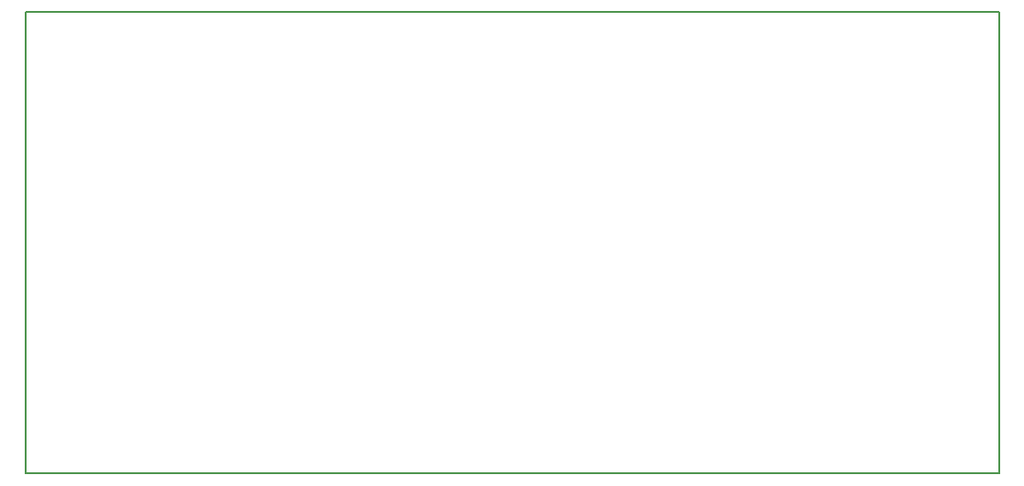
<source format=gbr>
%TF.GenerationSoftware,KiCad,Pcbnew,7.0.2-0*%
%TF.CreationDate,2024-01-09T14:06:18-05:00*%
%TF.ProjectId,Monolith,4d6f6e6f-6c69-4746-982e-6b696361645f,rev?*%
%TF.SameCoordinates,Original*%
%TF.FileFunction,Profile,NP*%
%FSLAX46Y46*%
G04 Gerber Fmt 4.6, Leading zero omitted, Abs format (unit mm)*
G04 Created by KiCad (PCBNEW 7.0.2-0) date 2024-01-09 14:06:18*
%MOMM*%
%LPD*%
G01*
G04 APERTURE LIST*
%TA.AperFunction,Profile*%
%ADD10C,0.200000*%
%TD*%
G04 APERTURE END LIST*
D10*
X178816000Y-121412000D02*
X268732000Y-121412000D01*
X268732000Y-164084000D01*
X178816000Y-164084000D01*
X178816000Y-121412000D01*
M02*

</source>
